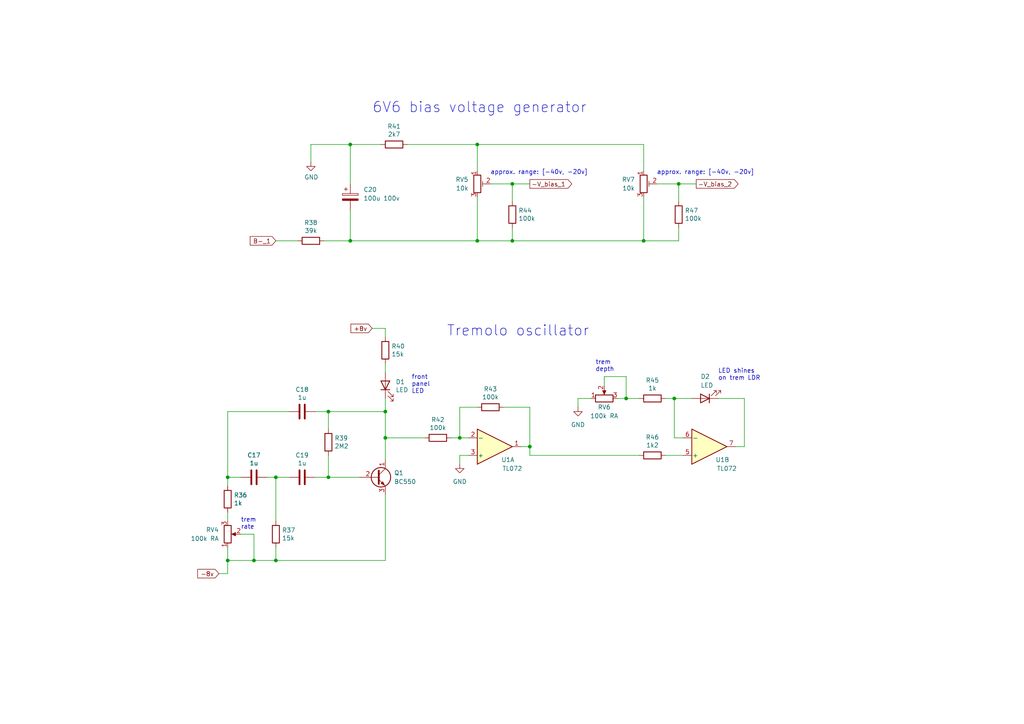
<source format=kicad_sch>
(kicad_sch (version 20211123) (generator eeschema)
  (paper "A4")
  (title_block (title "cf 12 watt class AB tube amp") (date "2022-01-03") (rev "0") (comment 1 "creativecommons.org/licenses/by/4.0/") (comment 2 "License: CC by 4.0") (comment 3 "Author: Jordan Aceto"))
  (lib_symbols
    (symbol "Amplifier_Operational:TL072" (pin_names (offset 0.127))
      (property "Reference" "U" (at 0 5.08 0))
      (property "Value" "TL072" (at 0 -5.08 0))
      (symbol "TL072_1_1"
        (polyline (pts (xy -5.08 5.08) (xy 5.08 0) (xy -5.08 -5.08) (xy -5.08 5.08)) (stroke (width 0.254)) (fill (type background)))
        (pin output line (at 7.62 0 180) (length 2.54) (name "~") (number "1"))
        (pin input line (at -7.62 -2.54 0) (length 2.54) (name "-") (number "2"))
        (pin input line (at -7.62 2.54 0) (length 2.54) (name "+") (number "3"))
      )
      (symbol "TL072_2_1"
        (polyline (pts (xy -5.08 5.08) (xy 5.08 0) (xy -5.08 -5.08) (xy -5.08 5.08)) (stroke (width 0.254)) (fill (type background)))
        (pin input line (at -7.62 2.54 0) (length 2.54) (name "+") (number "5"))
        (pin input line (at -7.62 -2.54 0) (length 2.54) (name "-") (number "6"))
        (pin output line (at 7.62 0 180) (length 2.54) (name "~") (number "7"))
      )
      (symbol "TL072_3_1"
        (pin power_in line (at -2.54 -7.62 90) (length 3.81) (name "V-") (number "4"))
        (pin power_in line (at -2.54 7.62 270) (length 3.81) (name "V+") (number "8"))
      )
    )
    (symbol "Device:C" (pin_numbers hide) (pin_names (offset 0.254))
      (property "Reference" "C" (at 0.635 2.54 0))
      (property "Value" "C" (at 0.635 -2.54 0))
      (symbol "C_0_1"
        (polyline (pts (xy -2.032 -0.762) (xy 2.032 -0.762)) (stroke (width 0.508)))
        (polyline (pts (xy -2.032 0.762) (xy 2.032 0.762)) (stroke (width 0.508)))
      )
      (symbol "C_1_1"
        (pin passive line (at 0 3.81 270) (length 2.794) (name "~") (number "1"))
        (pin passive line (at 0 -3.81 90) (length 2.794) (name "~") (number "2"))
      )
    )
    (symbol "Device:C_Polarized" (pin_numbers hide) (pin_names (offset 0.254))
      (property "Reference" "C" (at 0.635 2.54 0))
      (property "Value" "C_Polarized" (at 0.635 -2.54 0))
      (symbol "C_Polarized_0_1"
        (rectangle (start -2.286 0.508) (end 2.286 1.016))
        (polyline (pts (xy -1.778 2.286) (xy -0.762 2.286)))
        (polyline (pts (xy -1.27 2.794) (xy -1.27 1.778)))
        (rectangle (start 2.286 -0.508) (end -2.286 -1.016) (fill (type outline)))
      )
      (symbol "C_Polarized_1_1"
        (pin passive line (at 0 3.81 270) (length 2.794) (name "~") (number "1"))
        (pin passive line (at 0 -3.81 90) (length 2.794) (name "~") (number "2"))
      )
    )
    (symbol "Device:LED" (pin_numbers hide) (pin_names (offset 1.016) hide)
      (property "Reference" "D" (at 0 2.54 0))
      (property "Value" "LED" (at 0 -2.54 0))
      (symbol "LED_0_1"
        (polyline (pts (xy -1.27 -1.27) (xy -1.27 1.27)) (stroke (width 0.254)))
        (polyline (pts (xy -1.27 0) (xy 1.27 0)))
        (polyline (pts (xy 1.27 -1.27) (xy 1.27 1.27) (xy -1.27 0) (xy 1.27 -1.27)) (stroke (width 0.254)))
        (polyline (pts (xy -3.048 -0.762) (xy -4.572 -2.286) (xy -3.81 -2.286) (xy -4.572 -2.286) (xy -4.572 -1.524)))
        (polyline (pts (xy -1.778 -0.762) (xy -3.302 -2.286) (xy -2.54 -2.286) (xy -3.302 -2.286) (xy -3.302 -1.524)))
      )
      (symbol "LED_1_1"
        (pin passive line (at -3.81 0 0) (length 2.54) (name "K") (number "1"))
        (pin passive line (at 3.81 0 180) (length 2.54) (name "A") (number "2"))
      )
    )
    (symbol "Device:R" (pin_numbers hide) (pin_names (offset 0))
      (property "Reference" "R" (at 2.032 0 90))
      (property "Value" "R" (at 0 0 90))
      (symbol "R_0_1"
        (rectangle (start -1.016 -2.54) (end 1.016 2.54) (stroke (width 0.254)))
      )
      (symbol "R_1_1"
        (pin passive line (at 0 3.81 270) (length 1.27) (name "~") (number "1"))
        (pin passive line (at 0 -3.81 90) (length 1.27) (name "~") (number "2"))
      )
    )
    (symbol "Device:R_Potentiometer" (pin_names (offset 1.016) hide)
      (property "Reference" "RV" (at -4.445 0 90))
      (property "Value" "R_Potentiometer" (at -2.54 0 90))
      (symbol "R_Potentiometer_0_1"
        (polyline (pts (xy 2.54 0) (xy 1.524 0)))
        (polyline (pts (xy 1.143 0) (xy 2.286 0.508) (xy 2.286 -0.508) (xy 1.143 0)) (fill (type outline)))
        (rectangle (start 1.016 2.54) (end -1.016 -2.54) (stroke (width 0.254)))
      )
      (symbol "R_Potentiometer_1_1"
        (pin passive line (at 0 3.81 270) (length 1.27) (name "1") (number "1"))
        (pin passive line (at 3.81 0 180) (length 1.27) (name "2") (number "2"))
        (pin passive line (at 0 -3.81 90) (length 1.27) (name "3") (number "3"))
      )
    )
    (symbol "Device:R_Potentiometer_Trim" (pin_names (offset 1.016) hide)
      (property "Reference" "RV" (at -4.445 0 90))
      (property "Value" "R_Potentiometer_Trim" (at -2.54 0 90))
      (symbol "R_Potentiometer_Trim_0_1"
        (polyline (pts (xy 1.524 0.762) (xy 1.524 -0.762)))
        (polyline (pts (xy 2.54 0) (xy 1.524 0)))
        (rectangle (start 1.016 2.54) (end -1.016 -2.54) (stroke (width 0.254)))
      )
      (symbol "R_Potentiometer_Trim_1_1"
        (pin passive line (at 0 3.81 270) (length 1.27) (name "1") (number "1"))
        (pin passive line (at 3.81 0 180) (length 1.27) (name "2") (number "2"))
        (pin passive line (at 0 -3.81 90) (length 1.27) (name "3") (number "3"))
      )
    )
    (symbol "Transistor_BJT:BC550" (pin_names (offset 0) hide)
      (property "Reference" "Q" (at 5.08 1.905 0))
      (property "Value" "BC550" (at 5.08 0 0))
      (symbol "BC550_0_1"
        (polyline (pts (xy 0 0) (xy 0.635 0)))
        (polyline (pts (xy 0.635 0.635) (xy 2.54 2.54)))
        (polyline (pts (xy 0.635 -0.635) (xy 2.54 -2.54) (xy 2.54 -2.54)))
        (polyline (pts (xy 0.635 1.905) (xy 0.635 -1.905) (xy 0.635 -1.905)) (stroke (width 0.508)))
        (polyline (pts (xy 1.27 -1.778) (xy 1.778 -1.27) (xy 2.286 -2.286) (xy 1.27 -1.778) (xy 1.27 -1.778)) (fill (type outline)))
        (circle (center 1.27 0) (radius 2.8194) (stroke (width 0.254)))
      )
      (symbol "BC550_1_1"
        (pin passive line (at 2.54 5.08 270) (length 2.54) (name "C") (number "1"))
        (pin input line (at -5.08 0 0) (length 5.08) (name "B") (number "2"))
        (pin passive line (at 2.54 -5.08 90) (length 2.54) (name "E") (number "3"))
      )
    )
    (symbol "power:GND" (power) (pin_names (offset 0))
      (property "Value" "GND" (at 0 -3.81 0))
      (symbol "GND_0_1"
        (polyline (pts (xy 0 0) (xy 0 -1.27) (xy 1.27 -1.27) (xy 0 -2.54) (xy -1.27 -1.27) (xy 0 -1.27)))
      )
      (symbol "GND_1_1"
        (pin power_in line (at 0 0 270) (length 0) hide (name "GND") (number "1"))
      )
    )
  )
  (junction (at 138.43 41.91))
  (junction (at 181.61 115.57))
  (junction (at 195.58 115.57))
  (junction (at 148.59 69.85))
  (junction (at 101.6 69.85))
  (junction (at 186.69 69.85))
  (junction (at 80.01 162.56))
  (junction (at 111.76 127))
  (junction (at 138.43 69.85))
  (junction (at 73.66 162.56))
  (junction (at 95.25 138.43))
  (junction (at 111.76 119.38))
  (junction (at 148.59 53.34))
  (junction (at 80.01 138.43))
  (junction (at 66.04 162.56))
  (junction (at 95.25 119.38))
  (junction (at 66.04 138.43))
  (junction (at 153.67 129.54))
  (junction (at 101.6 41.91))
  (junction (at 196.85 53.34))
  (junction (at 133.35 127))
  (wire (pts (xy 80.01 138.43) (xy 77.47 138.43)))
  (wire (pts (xy 91.44 119.38) (xy 95.25 119.38)))
  (wire (pts (xy 133.35 118.11) (xy 138.43 118.11)))
  (wire (pts (xy 201.93 53.34) (xy 196.85 53.34)))
  (wire (pts (xy 138.43 69.85) (xy 148.59 69.85)))
  (wire (pts (xy 101.6 60.96) (xy 101.6 69.85)))
  (wire (pts (xy 111.76 127) (xy 111.76 133.35)))
  (wire (pts (xy 80.01 158.75) (xy 80.01 162.56)))
  (wire (pts (xy 83.82 138.43) (xy 80.01 138.43)))
  (wire (pts (xy 111.76 105.41) (xy 111.76 107.95)))
  (wire (pts (xy 133.35 132.08) (xy 135.89 132.08)))
  (wire (pts (xy 148.59 58.42) (xy 148.59 53.34)))
  (wire (pts (xy 95.25 138.43) (xy 104.14 138.43)))
  (wire (pts (xy 118.11 41.91) (xy 138.43 41.91)))
  (wire (pts (xy 130.81 127) (xy 133.35 127)))
  (wire (pts (xy 167.64 118.11) (xy 167.64 115.57)))
  (wire (pts (xy 111.76 143.51) (xy 111.76 162.56)))
  (wire (pts (xy 101.6 41.91) (xy 101.6 53.34)))
  (wire (pts (xy 66.04 158.75) (xy 66.04 162.56)))
  (wire (pts (xy 101.6 69.85) (xy 93.98 69.85)))
  (wire (pts (xy 181.61 115.57) (xy 185.42 115.57)))
  (wire (pts (xy 196.85 53.34) (xy 190.5 53.34)))
  (wire (pts (xy 63.5 166.37) (xy 66.04 166.37)))
  (wire (pts (xy 179.07 115.57) (xy 181.61 115.57)))
  (wire (pts (xy 80.01 151.13) (xy 80.01 138.43)))
  (wire (pts (xy 107.95 95.25) (xy 111.76 95.25)))
  (wire (pts (xy 90.17 46.99) (xy 90.17 41.91)))
  (wire (pts (xy 215.9 129.54) (xy 215.9 115.57)))
  (wire (pts (xy 133.35 134.62) (xy 133.35 132.08)))
  (wire (pts (xy 95.25 132.08) (xy 95.25 138.43)))
  (wire (pts (xy 110.49 41.91) (xy 101.6 41.91)))
  (wire (pts (xy 195.58 127) (xy 195.58 115.57)))
  (wire (pts (xy 80.01 69.85) (xy 86.36 69.85)))
  (wire (pts (xy 175.26 111.76) (xy 175.26 109.22)))
  (wire (pts (xy 193.04 115.57) (xy 195.58 115.57)))
  (wire (pts (xy 148.59 53.34) (xy 142.24 53.34)))
  (wire (pts (xy 138.43 41.91) (xy 186.69 41.91)))
  (wire (pts (xy 148.59 69.85) (xy 148.59 66.04)))
  (wire (pts (xy 193.04 132.08) (xy 198.12 132.08)))
  (wire (pts (xy 213.36 129.54) (xy 215.9 129.54)))
  (wire (pts (xy 186.69 41.91) (xy 186.69 49.53)))
  (wire (pts (xy 153.67 53.34) (xy 148.59 53.34)))
  (wire (pts (xy 153.67 129.54) (xy 153.67 118.11)))
  (wire (pts (xy 181.61 109.22) (xy 181.61 115.57)))
  (wire (pts (xy 73.66 154.94) (xy 69.85 154.94)))
  (wire (pts (xy 153.67 118.11) (xy 146.05 118.11)))
  (wire (pts (xy 133.35 127) (xy 135.89 127)))
  (wire (pts (xy 133.35 127) (xy 133.35 118.11)))
  (wire (pts (xy 186.69 69.85) (xy 148.59 69.85)))
  (wire (pts (xy 111.76 95.25) (xy 111.76 97.79)))
  (wire (pts (xy 215.9 115.57) (xy 208.28 115.57)))
  (wire (pts (xy 66.04 162.56) (xy 73.66 162.56)))
  (wire (pts (xy 95.25 119.38) (xy 95.25 124.46)))
  (wire (pts (xy 167.64 115.57) (xy 171.45 115.57)))
  (wire (pts (xy 73.66 162.56) (xy 80.01 162.56)))
  (wire (pts (xy 153.67 132.08) (xy 153.67 129.54)))
  (wire (pts (xy 69.85 138.43) (xy 66.04 138.43)))
  (wire (pts (xy 198.12 127) (xy 195.58 127)))
  (wire (pts (xy 66.04 138.43) (xy 66.04 119.38)))
  (wire (pts (xy 73.66 162.56) (xy 73.66 154.94)))
  (wire (pts (xy 138.43 57.15) (xy 138.43 69.85)))
  (wire (pts (xy 91.44 138.43) (xy 95.25 138.43)))
  (wire (pts (xy 111.76 119.38) (xy 111.76 127)))
  (wire (pts (xy 95.25 119.38) (xy 111.76 119.38)))
  (wire (pts (xy 66.04 151.13) (xy 66.04 148.59)))
  (wire (pts (xy 66.04 166.37) (xy 66.04 162.56)))
  (wire (pts (xy 196.85 58.42) (xy 196.85 53.34)))
  (wire (pts (xy 175.26 109.22) (xy 181.61 109.22)))
  (wire (pts (xy 195.58 115.57) (xy 200.66 115.57)))
  (wire (pts (xy 186.69 57.15) (xy 186.69 69.85)))
  (wire (pts (xy 111.76 127) (xy 123.19 127)))
  (wire (pts (xy 66.04 119.38) (xy 83.82 119.38)))
  (wire (pts (xy 90.17 41.91) (xy 101.6 41.91)))
  (wire (pts (xy 101.6 69.85) (xy 138.43 69.85)))
  (wire (pts (xy 66.04 140.97) (xy 66.04 138.43)))
  (wire (pts (xy 151.13 129.54) (xy 153.67 129.54)))
  (wire (pts (xy 186.69 69.85) (xy 196.85 69.85)))
  (wire (pts (xy 185.42 132.08) (xy 153.67 132.08)))
  (wire (pts (xy 196.85 69.85) (xy 196.85 66.04)))
  (wire (pts (xy 138.43 41.91) (xy 138.43 49.53)))
  (wire (pts (xy 111.76 115.57) (xy 111.76 119.38)))
  (wire (pts (xy 80.01 162.56) (xy 111.76 162.56)))
  (text "approx. range: [-40v, -20v]" (at 142.24 50.8 0) (effects (font (size 1.27 1.27)) (justify left bottom)))
  (text "approx. range: [-40v, -20v]" (at 190.5 50.8 0) (effects (font (size 1.27 1.27)) (justify left bottom)))
  (text "trem\ndepth" (at 172.72 107.95 0) (effects (font (size 1.27 1.27)) (justify left bottom)))
  (text "front\npanel\nLED" (at 119.38 114.3 0) (effects (font (size 1.27 1.27)) (justify left bottom)))
  (text "trem\nrate" (at 69.85 153.67 0) (effects (font (size 1.27 1.27)) (justify left bottom)))
  (text "6V6 bias voltage generator" (at 107.95 33.02 0) (effects (font (size 2.9972 2.9972)) (justify left bottom)))
  (text "LED shines\non trem LDR" (at 208.28 110.49 0) (effects (font (size 1.27 1.27)) (justify left bottom)))
  (text "Tremolo oscillator" (at 129.54 97.79 0) (effects (font (size 2.9972 2.9972)) (justify left bottom)))
  (global_label "-V_bias_1" (shape output) (at 153.67 53.34 0) (property "Intersheet References" "${INTERSHEET_REFS}" (effects hide)))
  (global_label "+8v" (shape input) (at 107.95 95.25 180) (property "Intersheet References" "${INTERSHEET_REFS}" (effects hide)))
  (global_label "-8v" (shape input) (at 63.5 166.37 180) (property "Intersheet References" "${INTERSHEET_REFS}" (effects hide)))
  (global_label "-V_bias_2" (shape output) (at 201.93 53.34 0) (property "Intersheet References" "${INTERSHEET_REFS}" (effects hide)))
  (global_label "B-_1" (shape input) (at 80.01 69.85 180) (property "Intersheet References" "${INTERSHEET_REFS}" (effects hide)))
  (symbol (lib_id "Device:R") (at 148.59 62.23 0) (unit 1)
    (property "Reference" "R44" (at 150.368 61.0616 0) (effects (justify left)))
    (property "Value" "100k" (at 150.368 63.373 0) (effects (justify left)))
  )
  (symbol (lib_id "Device:R") (at 90.17 69.85 270) (unit 1)
    (property "Reference" "R38" (at 90.17 64.5922 90))
    (property "Value" "39k" (at 90.17 66.9036 90))
  )
  (symbol (lib_id "Device:R") (at 114.3 41.91 270) (unit 1)
    (property "Reference" "R41" (at 114.3 36.6522 90))
    (property "Value" "2k7" (at 114.3 38.9636 90))
  )
  (symbol (lib_id "Device:R") (at 196.85 62.23 0) (unit 1)
    (property "Reference" "R47" (at 198.628 61.0616 0) (effects (justify left)))
    (property "Value" "100k" (at 198.628 63.373 0) (effects (justify left)))
  )
  (symbol (lib_id "power:GND") (at 90.17 46.99 0) (unit 1)
    (property "Reference" "#PWR011" (effects hide))
    (property "Value" "GND" (at 90.297 51.3842 0))
  )
  (symbol (lib_id "Device:C") (at 87.63 119.38 270) (unit 1)
    (property "Reference" "C18" (at 87.63 112.9792 90))
    (property "Value" "1u" (at 87.63 115.2906 90))
  )
  (symbol (lib_id "Device:C") (at 87.63 138.43 270) (unit 1)
    (property "Reference" "C19" (at 87.63 132.0292 90))
    (property "Value" "1u" (at 87.63 134.3406 90))
  )
  (symbol (lib_id "Device:R") (at 80.01 154.94 0) (unit 1)
    (property "Reference" "R37" (at 81.788 153.7716 0) (effects (justify left)))
    (property "Value" "15k" (at 81.788 156.083 0) (effects (justify left)))
  )
  (symbol (lib_id "Device:R") (at 66.04 144.78 0) (unit 1)
    (property "Reference" "R36" (at 67.818 143.6116 0) (effects (justify left)))
    (property "Value" "1k" (at 67.818 145.923 0) (effects (justify left)))
  )
  (symbol (lib_id "Device:R") (at 127 127 270) (unit 1)
    (property "Reference" "R42" (at 127 121.7422 90))
    (property "Value" "100k" (at 127 124.0536 90))
  )
  (symbol (lib_id "Device:R") (at 111.76 101.6 0) (unit 1)
    (property "Reference" "R40" (at 113.538 100.4316 0) (effects (justify left)))
    (property "Value" "15k" (at 113.538 102.743 0) (effects (justify left)))
  )
  (symbol (lib_id "Device:LED") (at 204.47 115.57 180) (unit 1)
    (property "Reference" "D2" (at 203.2 109.22 0) (effects (justify right)))
    (property "Value" "LED" (at 203.2 111.76 0) (effects (justify right)))
  )
  (symbol (lib_id "Device:C") (at 73.66 138.43 270) (unit 1)
    (property "Reference" "C17" (at 73.66 132.0292 90))
    (property "Value" "1u" (at 73.66 134.3406 90))
  )
  (symbol (lib_id "Device:R_Potentiometer") (at 66.04 154.94 0) (mirror x) (unit 1)
    (property "Reference" "RV4" (at 63.5 153.6699 0) (effects (justify right)))
    (property "Value" "100k RA" (at 63.5 156.2099 0) (effects (justify right)))
  )
  (symbol (lib_id "Device:C_Polarized") (at 101.6 57.15 0) (unit 1)
    (property "Reference" "C20" (at 105.41 54.9909 0) (effects (justify left)))
    (property "Value" "100u 100v" (at 105.41 57.5309 0) (effects (justify left)))
  )
  (symbol (lib_id "Device:R") (at 189.23 115.57 270) (unit 1)
    (property "Reference" "R45" (at 189.23 110.3122 90))
    (property "Value" "1k" (at 189.23 112.6236 90))
  )
  (symbol (lib_id "Amplifier_Operational:TL072") (at 143.51 129.54 0) (mirror x) (unit 1)
    (property "Reference" "U1" (at 147.32 133.35 0))
    (property "Value" "TL072" (at 148.59 135.89 0))
    (property "Datasheet" "http://www.ti.com/lit/ds/symlink/tl071.pdf" (effects hide))
  )
  (symbol (lib_id "Device:R") (at 95.25 128.27 0) (unit 1)
    (property "Reference" "R39" (at 97.028 127.1016 0) (effects (justify left)))
    (property "Value" "2M2" (at 97.028 129.413 0) (effects (justify left)))
  )
  (symbol (lib_id "Device:R") (at 189.23 132.08 270) (unit 1)
    (property "Reference" "R46" (at 189.23 126.8222 90))
    (property "Value" "1k2" (at 189.23 129.1336 90))
  )
  (symbol (lib_id "Amplifier_Operational:TL072") (at 205.74 129.54 0) (mirror x) (unit 2)
    (property "Reference" "U1" (at 209.55 133.35 0))
    (property "Value" "TL072" (at 210.82 135.89 0))
    (property "Datasheet" "http://www.ti.com/lit/ds/symlink/tl071.pdf" (effects hide))
  )
  (symbol (lib_id "Device:R_Potentiometer_Trim") (at 138.43 53.34 0) (unit 1)
    (property "Reference" "RV5" (at 135.89 52.0699 0) (effects (justify right)))
    (property "Value" "10k" (at 135.89 54.6099 0) (effects (justify right)))
  )
  (symbol (lib_id "Device:R_Potentiometer") (at 175.26 115.57 90) (unit 1)
    (property "Reference" "RV6" (at 175.26 118.11 90))
    (property "Value" "100k RA" (at 175.26 120.65 90))
  )
  (symbol (lib_id "Device:R_Potentiometer_Trim") (at 186.69 53.34 0) (unit 1)
    (property "Reference" "RV7" (at 184.15 52.0699 0) (effects (justify right)))
    (property "Value" "10k" (at 184.15 54.6099 0) (effects (justify right)))
  )
  (symbol (lib_id "power:GND") (at 167.64 118.11 0) (unit 1)
    (property "Reference" "#PWR013" (effects hide))
    (property "Value" "GND" (at 167.64 123.19 0))
  )
  (symbol (lib_id "Device:LED") (at 111.76 111.76 90) (unit 1)
    (property "Reference" "D1" (at 114.7572 110.7694 90) (effects (justify right)))
    (property "Value" "LED" (at 114.7572 113.0808 90) (effects (justify right)))
  )
  (symbol (lib_id "power:GND") (at 133.35 134.62 0) (unit 1)
    (property "Reference" "#PWR012" (effects hide))
    (property "Value" "GND" (at 133.35 139.7 0))
  )
  (symbol (lib_id "Device:R") (at 142.24 118.11 270) (unit 1)
    (property "Reference" "R43" (at 142.24 112.8522 90))
    (property "Value" "100k" (at 142.24 115.1636 90))
  )
  (symbol (lib_id "Transistor_BJT:BC550") (at 109.22 138.43 0) (unit 1)
    (property "Reference" "Q1" (at 114.3 137.1599 0) (effects (justify left)))
    (property "Value" "BC550" (at 114.3 139.6999 0) (effects (justify left)))
    (property "Footprint" "Package_TO_SOT_THT:TO-92_Inline" (effects hide))
    (property "Datasheet" "https://www.onsemi.com/pub/Collateral/BC550-D.pdf" (effects hide))
  )
)
</source>
